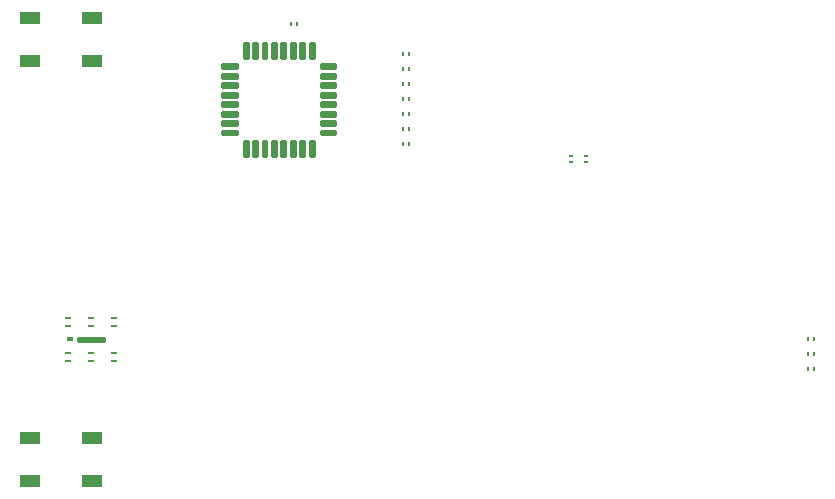
<source format=gbr>
G04 EAGLE Gerber RS-274X export*
G75*
%MOMM*%
%FSLAX34Y34*%
%LPD*%
%INSolderpaste Top*%
%IPPOS*%
%AMOC8*
5,1,8,0,0,1.08239X$1,22.5*%
G01*
%ADD10R,0.250000X0.350000*%
%ADD11R,0.350000X0.250000*%
%ADD12R,0.500000X0.300000*%
%ADD13C,0.250000*%
%ADD14R,0.612500X0.287500*%
%ADD15R,0.612400X0.287400*%
%ADD16C,0.218838*%
%ADD17R,1.701800X0.990600*%


D10*
X746800Y127000D03*
X751800Y127000D03*
X403900Y342900D03*
X408900Y342900D03*
X746800Y139700D03*
X751800Y139700D03*
X746800Y114300D03*
X751800Y114300D03*
X313650Y406400D03*
X308650Y406400D03*
X403900Y381000D03*
X408900Y381000D03*
X403900Y368300D03*
X408900Y368300D03*
X403900Y355600D03*
X408900Y355600D03*
X403900Y317500D03*
X408900Y317500D03*
X403900Y304800D03*
X408900Y304800D03*
D11*
X546100Y289600D03*
X546100Y294600D03*
X558800Y289600D03*
X558800Y294600D03*
D10*
X403900Y330200D03*
X408900Y330200D03*
D12*
X121920Y139700D03*
D13*
X128450Y138450D02*
X150950Y138450D01*
X128450Y138450D02*
X128450Y140950D01*
X150950Y140950D01*
X150950Y138450D01*
X150950Y140825D02*
X128450Y140825D01*
D14*
X139638Y121513D03*
D15*
X139638Y128013D03*
D14*
X120038Y121513D03*
D15*
X120038Y128013D03*
D14*
X159238Y121513D03*
D15*
X159238Y128013D03*
X159362Y157887D03*
X159362Y151387D03*
X139762Y157887D03*
X139762Y151387D03*
X120162Y157887D03*
X120162Y151387D03*
D16*
X333911Y316541D02*
X346415Y316541D01*
X346415Y313259D01*
X333911Y313259D01*
X333911Y316541D01*
X333911Y315338D02*
X346415Y315338D01*
X346415Y324541D02*
X333911Y324541D01*
X346415Y324541D02*
X346415Y321259D01*
X333911Y321259D01*
X333911Y324541D01*
X333911Y323338D02*
X346415Y323338D01*
X346415Y332541D02*
X333911Y332541D01*
X346415Y332541D02*
X346415Y329259D01*
X333911Y329259D01*
X333911Y332541D01*
X333911Y331338D02*
X346415Y331338D01*
X346415Y340541D02*
X333911Y340541D01*
X346415Y340541D02*
X346415Y337259D01*
X333911Y337259D01*
X333911Y340541D01*
X333911Y339338D02*
X346415Y339338D01*
X346415Y348541D02*
X333911Y348541D01*
X346415Y348541D02*
X346415Y345259D01*
X333911Y345259D01*
X333911Y348541D01*
X333911Y347338D02*
X346415Y347338D01*
X346415Y356541D02*
X333911Y356541D01*
X346415Y356541D02*
X346415Y353259D01*
X333911Y353259D01*
X333911Y356541D01*
X333911Y355338D02*
X346415Y355338D01*
X346415Y364541D02*
X333911Y364541D01*
X346415Y364541D02*
X346415Y361259D01*
X333911Y361259D01*
X333911Y364541D01*
X333911Y363338D02*
X346415Y363338D01*
X346415Y372541D02*
X333911Y372541D01*
X346415Y372541D02*
X346415Y369259D01*
X333911Y369259D01*
X333911Y372541D01*
X333911Y371338D02*
X346415Y371338D01*
X324809Y378361D02*
X324809Y390865D01*
X328091Y390865D01*
X328091Y378361D01*
X324809Y378361D01*
X324809Y380440D02*
X328091Y380440D01*
X328091Y382519D02*
X324809Y382519D01*
X324809Y384598D02*
X328091Y384598D01*
X328091Y386677D02*
X324809Y386677D01*
X324809Y388756D02*
X328091Y388756D01*
X328091Y390835D02*
X324809Y390835D01*
X316809Y390865D02*
X316809Y378361D01*
X316809Y390865D02*
X320091Y390865D01*
X320091Y378361D01*
X316809Y378361D01*
X316809Y380440D02*
X320091Y380440D01*
X320091Y382519D02*
X316809Y382519D01*
X316809Y384598D02*
X320091Y384598D01*
X320091Y386677D02*
X316809Y386677D01*
X316809Y388756D02*
X320091Y388756D01*
X320091Y390835D02*
X316809Y390835D01*
X308809Y390865D02*
X308809Y378361D01*
X308809Y390865D02*
X312091Y390865D01*
X312091Y378361D01*
X308809Y378361D01*
X308809Y380440D02*
X312091Y380440D01*
X312091Y382519D02*
X308809Y382519D01*
X308809Y384598D02*
X312091Y384598D01*
X312091Y386677D02*
X308809Y386677D01*
X308809Y388756D02*
X312091Y388756D01*
X312091Y390835D02*
X308809Y390835D01*
X300809Y390865D02*
X300809Y378361D01*
X300809Y390865D02*
X304091Y390865D01*
X304091Y378361D01*
X300809Y378361D01*
X300809Y380440D02*
X304091Y380440D01*
X304091Y382519D02*
X300809Y382519D01*
X300809Y384598D02*
X304091Y384598D01*
X304091Y386677D02*
X300809Y386677D01*
X300809Y388756D02*
X304091Y388756D01*
X304091Y390835D02*
X300809Y390835D01*
X292809Y390865D02*
X292809Y378361D01*
X292809Y390865D02*
X296091Y390865D01*
X296091Y378361D01*
X292809Y378361D01*
X292809Y380440D02*
X296091Y380440D01*
X296091Y382519D02*
X292809Y382519D01*
X292809Y384598D02*
X296091Y384598D01*
X296091Y386677D02*
X292809Y386677D01*
X292809Y388756D02*
X296091Y388756D01*
X296091Y390835D02*
X292809Y390835D01*
X284809Y390865D02*
X284809Y378361D01*
X284809Y390865D02*
X288091Y390865D01*
X288091Y378361D01*
X284809Y378361D01*
X284809Y380440D02*
X288091Y380440D01*
X288091Y382519D02*
X284809Y382519D01*
X284809Y384598D02*
X288091Y384598D01*
X288091Y386677D02*
X284809Y386677D01*
X284809Y388756D02*
X288091Y388756D01*
X288091Y390835D02*
X284809Y390835D01*
X276809Y390865D02*
X276809Y378361D01*
X276809Y390865D02*
X280091Y390865D01*
X280091Y378361D01*
X276809Y378361D01*
X276809Y380440D02*
X280091Y380440D01*
X280091Y382519D02*
X276809Y382519D01*
X276809Y384598D02*
X280091Y384598D01*
X280091Y386677D02*
X276809Y386677D01*
X276809Y388756D02*
X280091Y388756D01*
X280091Y390835D02*
X276809Y390835D01*
X268809Y390865D02*
X268809Y378361D01*
X268809Y390865D02*
X272091Y390865D01*
X272091Y378361D01*
X268809Y378361D01*
X268809Y380440D02*
X272091Y380440D01*
X272091Y382519D02*
X268809Y382519D01*
X268809Y384598D02*
X272091Y384598D01*
X272091Y386677D02*
X268809Y386677D01*
X268809Y388756D02*
X272091Y388756D01*
X272091Y390835D02*
X268809Y390835D01*
X262989Y372541D02*
X250485Y372541D01*
X262989Y372541D02*
X262989Y369259D01*
X250485Y369259D01*
X250485Y372541D01*
X250485Y371338D02*
X262989Y371338D01*
X262989Y364541D02*
X250485Y364541D01*
X262989Y364541D02*
X262989Y361259D01*
X250485Y361259D01*
X250485Y364541D01*
X250485Y363338D02*
X262989Y363338D01*
X262989Y356541D02*
X250485Y356541D01*
X262989Y356541D02*
X262989Y353259D01*
X250485Y353259D01*
X250485Y356541D01*
X250485Y355338D02*
X262989Y355338D01*
X262989Y348541D02*
X250485Y348541D01*
X262989Y348541D02*
X262989Y345259D01*
X250485Y345259D01*
X250485Y348541D01*
X250485Y347338D02*
X262989Y347338D01*
X262989Y340541D02*
X250485Y340541D01*
X262989Y340541D02*
X262989Y337259D01*
X250485Y337259D01*
X250485Y340541D01*
X250485Y339338D02*
X262989Y339338D01*
X262989Y332541D02*
X250485Y332541D01*
X262989Y332541D02*
X262989Y329259D01*
X250485Y329259D01*
X250485Y332541D01*
X250485Y331338D02*
X262989Y331338D01*
X262989Y324541D02*
X250485Y324541D01*
X262989Y324541D02*
X262989Y321259D01*
X250485Y321259D01*
X250485Y324541D01*
X250485Y323338D02*
X262989Y323338D01*
X262989Y316541D02*
X250485Y316541D01*
X262989Y316541D02*
X262989Y313259D01*
X250485Y313259D01*
X250485Y316541D01*
X250485Y315338D02*
X262989Y315338D01*
X268809Y307439D02*
X268809Y294935D01*
X268809Y307439D02*
X272091Y307439D01*
X272091Y294935D01*
X268809Y294935D01*
X268809Y297014D02*
X272091Y297014D01*
X272091Y299093D02*
X268809Y299093D01*
X268809Y301172D02*
X272091Y301172D01*
X272091Y303251D02*
X268809Y303251D01*
X268809Y305330D02*
X272091Y305330D01*
X272091Y307409D02*
X268809Y307409D01*
X276809Y307439D02*
X276809Y294935D01*
X276809Y307439D02*
X280091Y307439D01*
X280091Y294935D01*
X276809Y294935D01*
X276809Y297014D02*
X280091Y297014D01*
X280091Y299093D02*
X276809Y299093D01*
X276809Y301172D02*
X280091Y301172D01*
X280091Y303251D02*
X276809Y303251D01*
X276809Y305330D02*
X280091Y305330D01*
X280091Y307409D02*
X276809Y307409D01*
X284809Y307439D02*
X284809Y294935D01*
X284809Y307439D02*
X288091Y307439D01*
X288091Y294935D01*
X284809Y294935D01*
X284809Y297014D02*
X288091Y297014D01*
X288091Y299093D02*
X284809Y299093D01*
X284809Y301172D02*
X288091Y301172D01*
X288091Y303251D02*
X284809Y303251D01*
X284809Y305330D02*
X288091Y305330D01*
X288091Y307409D02*
X284809Y307409D01*
X292809Y307439D02*
X292809Y294935D01*
X292809Y307439D02*
X296091Y307439D01*
X296091Y294935D01*
X292809Y294935D01*
X292809Y297014D02*
X296091Y297014D01*
X296091Y299093D02*
X292809Y299093D01*
X292809Y301172D02*
X296091Y301172D01*
X296091Y303251D02*
X292809Y303251D01*
X292809Y305330D02*
X296091Y305330D01*
X296091Y307409D02*
X292809Y307409D01*
X300809Y307439D02*
X300809Y294935D01*
X300809Y307439D02*
X304091Y307439D01*
X304091Y294935D01*
X300809Y294935D01*
X300809Y297014D02*
X304091Y297014D01*
X304091Y299093D02*
X300809Y299093D01*
X300809Y301172D02*
X304091Y301172D01*
X304091Y303251D02*
X300809Y303251D01*
X300809Y305330D02*
X304091Y305330D01*
X304091Y307409D02*
X300809Y307409D01*
X308809Y307439D02*
X308809Y294935D01*
X308809Y307439D02*
X312091Y307439D01*
X312091Y294935D01*
X308809Y294935D01*
X308809Y297014D02*
X312091Y297014D01*
X312091Y299093D02*
X308809Y299093D01*
X308809Y301172D02*
X312091Y301172D01*
X312091Y303251D02*
X308809Y303251D01*
X308809Y305330D02*
X312091Y305330D01*
X312091Y307409D02*
X308809Y307409D01*
X316809Y307439D02*
X316809Y294935D01*
X316809Y307439D02*
X320091Y307439D01*
X320091Y294935D01*
X316809Y294935D01*
X316809Y297014D02*
X320091Y297014D01*
X320091Y299093D02*
X316809Y299093D01*
X316809Y301172D02*
X320091Y301172D01*
X320091Y303251D02*
X316809Y303251D01*
X316809Y305330D02*
X320091Y305330D01*
X320091Y307409D02*
X316809Y307409D01*
X324809Y307439D02*
X324809Y294935D01*
X324809Y307439D02*
X328091Y307439D01*
X328091Y294935D01*
X324809Y294935D01*
X324809Y297014D02*
X328091Y297014D01*
X328091Y299093D02*
X324809Y299093D01*
X324809Y301172D02*
X328091Y301172D01*
X328091Y303251D02*
X324809Y303251D01*
X324809Y305330D02*
X328091Y305330D01*
X328091Y307409D02*
X324809Y307409D01*
D17*
X87884Y56600D03*
X87884Y19600D03*
X140716Y19600D03*
X140716Y56600D03*
X140716Y375200D03*
X140716Y412200D03*
X87884Y412200D03*
X87884Y375200D03*
M02*

</source>
